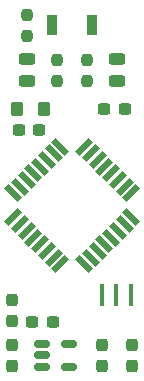
<source format=gbr>
%TF.GenerationSoftware,KiCad,Pcbnew,(6.0.7)*%
%TF.CreationDate,2023-07-03T12:47:38-04:00*%
%TF.ProjectId,atmega328pb_v2_breakout,61746d65-6761-4333-9238-70625f76325f,rev?*%
%TF.SameCoordinates,Original*%
%TF.FileFunction,Paste,Top*%
%TF.FilePolarity,Positive*%
%FSLAX46Y46*%
G04 Gerber Fmt 4.6, Leading zero omitted, Abs format (unit mm)*
G04 Created by KiCad (PCBNEW (6.0.7)) date 2023-07-03 12:47:38*
%MOMM*%
%LPD*%
G01*
G04 APERTURE LIST*
G04 Aperture macros list*
%AMRoundRect*
0 Rectangle with rounded corners*
0 $1 Rounding radius*
0 $2 $3 $4 $5 $6 $7 $8 $9 X,Y pos of 4 corners*
0 Add a 4 corners polygon primitive as box body*
4,1,4,$2,$3,$4,$5,$6,$7,$8,$9,$2,$3,0*
0 Add four circle primitives for the rounded corners*
1,1,$1+$1,$2,$3*
1,1,$1+$1,$4,$5*
1,1,$1+$1,$6,$7*
1,1,$1+$1,$8,$9*
0 Add four rect primitives between the rounded corners*
20,1,$1+$1,$2,$3,$4,$5,0*
20,1,$1+$1,$4,$5,$6,$7,0*
20,1,$1+$1,$6,$7,$8,$9,0*
20,1,$1+$1,$8,$9,$2,$3,0*%
%AMRotRect*
0 Rectangle, with rotation*
0 The origin of the aperture is its center*
0 $1 length*
0 $2 width*
0 $3 Rotation angle, in degrees counterclockwise*
0 Add horizontal line*
21,1,$1,$2,0,0,$3*%
G04 Aperture macros list end*
%ADD10R,0.400000X1.900000*%
%ADD11RotRect,1.600000X0.550000X135.000000*%
%ADD12RotRect,1.600000X0.550000X225.000000*%
%ADD13RoundRect,0.243750X0.456250X-0.243750X0.456250X0.243750X-0.456250X0.243750X-0.456250X-0.243750X0*%
%ADD14R,0.900000X1.700000*%
%ADD15RoundRect,0.150000X-0.512500X-0.150000X0.512500X-0.150000X0.512500X0.150000X-0.512500X0.150000X0*%
%ADD16RoundRect,0.243750X-0.456250X0.243750X-0.456250X-0.243750X0.456250X-0.243750X0.456250X0.243750X0*%
%ADD17RoundRect,0.237500X-0.300000X-0.237500X0.300000X-0.237500X0.300000X0.237500X-0.300000X0.237500X0*%
%ADD18RoundRect,0.237500X0.237500X-0.250000X0.237500X0.250000X-0.237500X0.250000X-0.237500X-0.250000X0*%
%ADD19RoundRect,0.237500X-0.237500X0.300000X-0.237500X-0.300000X0.237500X-0.300000X0.237500X0.300000X0*%
%ADD20RoundRect,0.237500X0.237500X-0.300000X0.237500X0.300000X-0.237500X0.300000X-0.237500X-0.300000X0*%
%ADD21RoundRect,0.237500X-0.237500X0.250000X-0.237500X-0.250000X0.237500X-0.250000X0.237500X0.250000X0*%
%ADD22RoundRect,0.250000X-0.275000X-0.350000X0.275000X-0.350000X0.275000X0.350000X-0.275000X0.350000X0*%
G04 APERTURE END LIST*
D10*
%TO.C,Y1*%
X110350000Y-77470000D03*
X109150000Y-77470000D03*
X107950000Y-77470000D03*
%TD*%
D11*
%TO.C,U1*%
X106435305Y-74835103D03*
X107000990Y-74269417D03*
X107566676Y-73703732D03*
X108132361Y-73138047D03*
X108698047Y-72572361D03*
X109263732Y-72006676D03*
X109829417Y-71440990D03*
X110395103Y-70875305D03*
D12*
X110395103Y-68824695D03*
X109829417Y-68259010D03*
X109263732Y-67693324D03*
X108698047Y-67127639D03*
X108132361Y-66561953D03*
X107566676Y-65996268D03*
X107000990Y-65430583D03*
X106435305Y-64864897D03*
D11*
X104384695Y-64864897D03*
X103819010Y-65430583D03*
X103253324Y-65996268D03*
X102687639Y-66561953D03*
X102121953Y-67127639D03*
X101556268Y-67693324D03*
X100990583Y-68259010D03*
X100424897Y-68824695D03*
D12*
X100424897Y-70875305D03*
X100990583Y-71440990D03*
X101556268Y-72006676D03*
X102121953Y-72572361D03*
X102687639Y-73138047D03*
X103253324Y-73703732D03*
X103819010Y-74269417D03*
X104384695Y-74835103D03*
%TD*%
D13*
%TO.C,D2*%
X101600000Y-59357500D03*
X101600000Y-57482500D03*
%TD*%
D14*
%TO.C,SW1*%
X103710000Y-54610000D03*
X107110000Y-54610000D03*
%TD*%
D15*
%TO.C,U2*%
X102870000Y-81600000D03*
X102870000Y-82550000D03*
X102870000Y-83500000D03*
X105145000Y-83500000D03*
X105145000Y-81600000D03*
%TD*%
D16*
%TO.C,D1*%
X109220000Y-57482500D03*
X109220000Y-59357500D03*
%TD*%
D17*
%TO.C,C7*%
X108103500Y-61722000D03*
X109828500Y-61722000D03*
%TD*%
D18*
%TO.C,R3*%
X104140000Y-59332500D03*
X104140000Y-57507500D03*
%TD*%
D19*
%TO.C,C6*%
X107950000Y-81687500D03*
X107950000Y-83412500D03*
%TD*%
D20*
%TO.C,C8*%
X100330000Y-79602500D03*
X100330000Y-77877500D03*
%TD*%
D21*
%TO.C,R2*%
X106680000Y-57507500D03*
X106680000Y-59332500D03*
%TD*%
D22*
%TO.C,L1*%
X100704000Y-61722000D03*
X103004000Y-61722000D03*
%TD*%
D17*
%TO.C,C9*%
X102007500Y-79756000D03*
X103732500Y-79756000D03*
%TD*%
D20*
%TO.C,C5*%
X100330000Y-83412500D03*
X100330000Y-81687500D03*
%TD*%
%TO.C,C4*%
X110490000Y-83412500D03*
X110490000Y-81687500D03*
%TD*%
D21*
%TO.C,R1*%
X101600000Y-53697500D03*
X101600000Y-55522500D03*
%TD*%
D17*
%TO.C,C1*%
X100891000Y-63500000D03*
X102616000Y-63500000D03*
%TD*%
M02*

</source>
